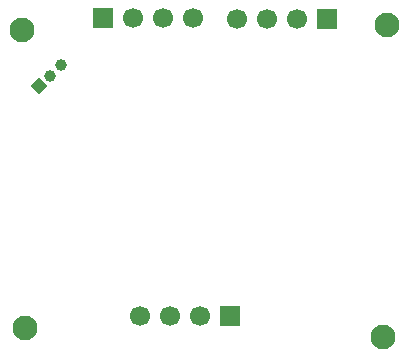
<source format=gbr>
%TF.GenerationSoftware,KiCad,Pcbnew,9.0.7-9.0.7~ubuntu24.04.1*%
%TF.CreationDate,2026-02-28T14:15:44+03:00*%
%TF.ProjectId,Kiicad_project,4b696963-6164-45f7-9072-6f6a6563742e,rev?*%
%TF.SameCoordinates,Original*%
%TF.FileFunction,Soldermask,Bot*%
%TF.FilePolarity,Negative*%
%FSLAX46Y46*%
G04 Gerber Fmt 4.6, Leading zero omitted, Abs format (unit mm)*
G04 Created by KiCad (PCBNEW 9.0.7-9.0.7~ubuntu24.04.1) date 2026-02-28 14:15:44*
%MOMM*%
%LPD*%
G01*
G04 APERTURE LIST*
G04 Aperture macros list*
%AMRotRect*
0 Rectangle, with rotation*
0 The origin of the aperture is its center*
0 $1 length*
0 $2 width*
0 $3 Rotation angle, in degrees counterclockwise*
0 Add horizontal line*
21,1,$1,$2,0,0,$3*%
G04 Aperture macros list end*
%ADD10C,2.100000*%
%ADD11RotRect,1.000000X1.000000X135.000000*%
%ADD12C,1.000000*%
%ADD13R,1.700000X1.700000*%
%ADD14C,1.700000*%
G04 APERTURE END LIST*
D10*
%TO.C,H3*%
X52625000Y-63375000D03*
%TD*%
D11*
%TO.C,J4*%
X54078949Y-68171051D03*
D12*
X54976975Y-67273025D03*
X55875000Y-66375000D03*
%TD*%
D13*
%TO.C,J3*%
X59445001Y-62425000D03*
D14*
X61985001Y-62425000D03*
X64525000Y-62425000D03*
X67065001Y-62425000D03*
%TD*%
D13*
%TO.C,J2*%
X70185000Y-87625000D03*
D14*
X67645000Y-87625000D03*
X65105001Y-87625000D03*
X62565000Y-87625000D03*
%TD*%
D10*
%TO.C,H2*%
X83150000Y-89400000D03*
%TD*%
%TO.C,H1*%
X83550000Y-63000000D03*
%TD*%
D13*
%TO.C,J5*%
X78465000Y-62450000D03*
D14*
X75925000Y-62450000D03*
X73385001Y-62450000D03*
X70845000Y-62450000D03*
%TD*%
D10*
%TO.C,H4*%
X52875000Y-88625000D03*
%TD*%
M02*

</source>
